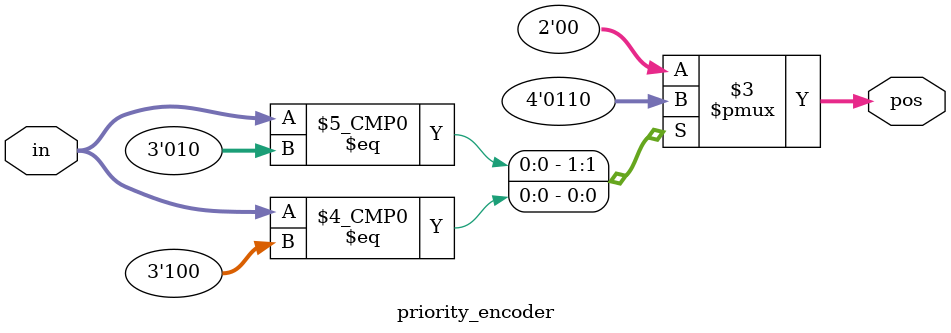
<source format=v>
module priority_encoder( 
input [2:0] in,
output reg [1:0] pos ); 
// When sel=1, assign b to out
always @(in) 
begin
case(in)
3'b001: pos = 2'b00;
3'b010: pos = 2'b01;
3'b100: pos = 2'b10;
default: pos = 2'b00;
endcase
end
endmodule

</source>
